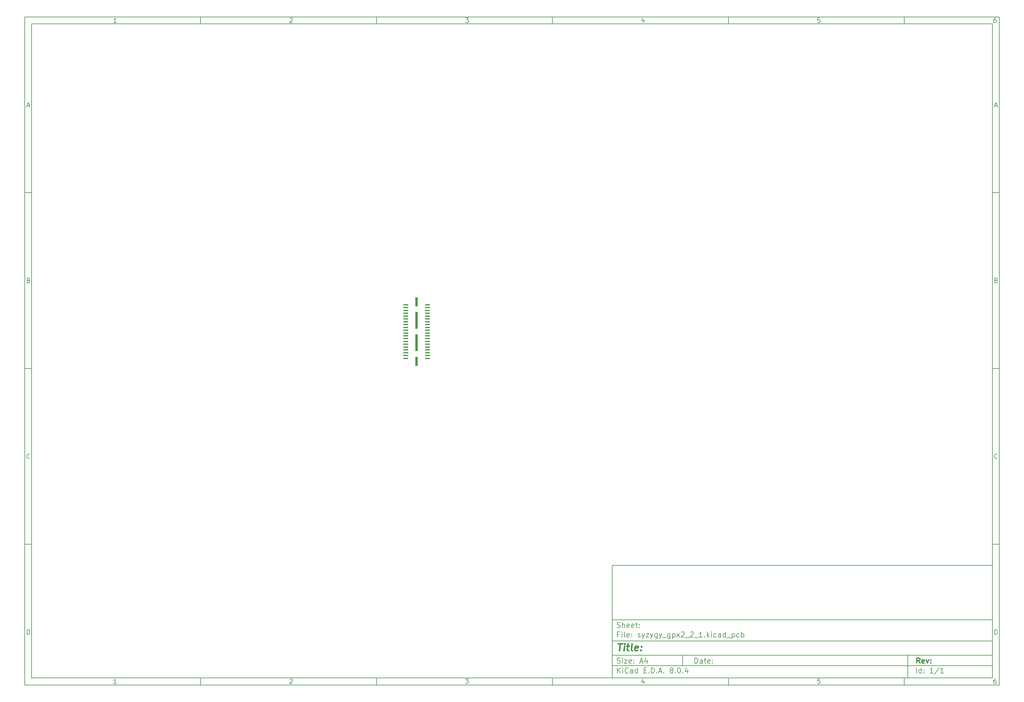
<source format=gbr>
%TF.GenerationSoftware,KiCad,Pcbnew,8.0.4*%
%TF.CreationDate,2025-07-14T14:52:45+02:00*%
%TF.ProjectId,syzygy_gpx2_2_1,73797a79-6779-45f6-9770-78325f325f31,rev?*%
%TF.SameCoordinates,Original*%
%TF.FileFunction,Paste,Bot*%
%TF.FilePolarity,Positive*%
%FSLAX46Y46*%
G04 Gerber Fmt 4.6, Leading zero omitted, Abs format (unit mm)*
G04 Created by KiCad (PCBNEW 8.0.4) date 2025-07-14 14:52:45*
%MOMM*%
%LPD*%
G01*
G04 APERTURE LIST*
%ADD10C,0.100000*%
%ADD11C,0.150000*%
%ADD12C,0.300000*%
%ADD13C,0.400000*%
%ADD14R,0.640000X2.540000*%
%ADD15R,0.640000X4.700000*%
%ADD16R,1.450000X0.460000*%
G04 APERTURE END LIST*
D10*
D11*
X177002200Y-166007200D02*
X285002200Y-166007200D01*
X285002200Y-198007200D01*
X177002200Y-198007200D01*
X177002200Y-166007200D01*
D10*
D11*
X10000000Y-10000000D02*
X287002200Y-10000000D01*
X287002200Y-200007200D01*
X10000000Y-200007200D01*
X10000000Y-10000000D01*
D10*
D11*
X12000000Y-12000000D02*
X285002200Y-12000000D01*
X285002200Y-198007200D01*
X12000000Y-198007200D01*
X12000000Y-12000000D01*
D10*
D11*
X60000000Y-12000000D02*
X60000000Y-10000000D01*
D10*
D11*
X110000000Y-12000000D02*
X110000000Y-10000000D01*
D10*
D11*
X160000000Y-12000000D02*
X160000000Y-10000000D01*
D10*
D11*
X210000000Y-12000000D02*
X210000000Y-10000000D01*
D10*
D11*
X260000000Y-12000000D02*
X260000000Y-10000000D01*
D10*
D11*
X36089160Y-11593604D02*
X35346303Y-11593604D01*
X35717731Y-11593604D02*
X35717731Y-10293604D01*
X35717731Y-10293604D02*
X35593922Y-10479319D01*
X35593922Y-10479319D02*
X35470112Y-10603128D01*
X35470112Y-10603128D02*
X35346303Y-10665033D01*
D10*
D11*
X85346303Y-10417414D02*
X85408207Y-10355509D01*
X85408207Y-10355509D02*
X85532017Y-10293604D01*
X85532017Y-10293604D02*
X85841541Y-10293604D01*
X85841541Y-10293604D02*
X85965350Y-10355509D01*
X85965350Y-10355509D02*
X86027255Y-10417414D01*
X86027255Y-10417414D02*
X86089160Y-10541223D01*
X86089160Y-10541223D02*
X86089160Y-10665033D01*
X86089160Y-10665033D02*
X86027255Y-10850747D01*
X86027255Y-10850747D02*
X85284398Y-11593604D01*
X85284398Y-11593604D02*
X86089160Y-11593604D01*
D10*
D11*
X135284398Y-10293604D02*
X136089160Y-10293604D01*
X136089160Y-10293604D02*
X135655826Y-10788842D01*
X135655826Y-10788842D02*
X135841541Y-10788842D01*
X135841541Y-10788842D02*
X135965350Y-10850747D01*
X135965350Y-10850747D02*
X136027255Y-10912652D01*
X136027255Y-10912652D02*
X136089160Y-11036461D01*
X136089160Y-11036461D02*
X136089160Y-11345985D01*
X136089160Y-11345985D02*
X136027255Y-11469795D01*
X136027255Y-11469795D02*
X135965350Y-11531700D01*
X135965350Y-11531700D02*
X135841541Y-11593604D01*
X135841541Y-11593604D02*
X135470112Y-11593604D01*
X135470112Y-11593604D02*
X135346303Y-11531700D01*
X135346303Y-11531700D02*
X135284398Y-11469795D01*
D10*
D11*
X185965350Y-10726938D02*
X185965350Y-11593604D01*
X185655826Y-10231700D02*
X185346303Y-11160271D01*
X185346303Y-11160271D02*
X186151064Y-11160271D01*
D10*
D11*
X236027255Y-10293604D02*
X235408207Y-10293604D01*
X235408207Y-10293604D02*
X235346303Y-10912652D01*
X235346303Y-10912652D02*
X235408207Y-10850747D01*
X235408207Y-10850747D02*
X235532017Y-10788842D01*
X235532017Y-10788842D02*
X235841541Y-10788842D01*
X235841541Y-10788842D02*
X235965350Y-10850747D01*
X235965350Y-10850747D02*
X236027255Y-10912652D01*
X236027255Y-10912652D02*
X236089160Y-11036461D01*
X236089160Y-11036461D02*
X236089160Y-11345985D01*
X236089160Y-11345985D02*
X236027255Y-11469795D01*
X236027255Y-11469795D02*
X235965350Y-11531700D01*
X235965350Y-11531700D02*
X235841541Y-11593604D01*
X235841541Y-11593604D02*
X235532017Y-11593604D01*
X235532017Y-11593604D02*
X235408207Y-11531700D01*
X235408207Y-11531700D02*
X235346303Y-11469795D01*
D10*
D11*
X285965350Y-10293604D02*
X285717731Y-10293604D01*
X285717731Y-10293604D02*
X285593922Y-10355509D01*
X285593922Y-10355509D02*
X285532017Y-10417414D01*
X285532017Y-10417414D02*
X285408207Y-10603128D01*
X285408207Y-10603128D02*
X285346303Y-10850747D01*
X285346303Y-10850747D02*
X285346303Y-11345985D01*
X285346303Y-11345985D02*
X285408207Y-11469795D01*
X285408207Y-11469795D02*
X285470112Y-11531700D01*
X285470112Y-11531700D02*
X285593922Y-11593604D01*
X285593922Y-11593604D02*
X285841541Y-11593604D01*
X285841541Y-11593604D02*
X285965350Y-11531700D01*
X285965350Y-11531700D02*
X286027255Y-11469795D01*
X286027255Y-11469795D02*
X286089160Y-11345985D01*
X286089160Y-11345985D02*
X286089160Y-11036461D01*
X286089160Y-11036461D02*
X286027255Y-10912652D01*
X286027255Y-10912652D02*
X285965350Y-10850747D01*
X285965350Y-10850747D02*
X285841541Y-10788842D01*
X285841541Y-10788842D02*
X285593922Y-10788842D01*
X285593922Y-10788842D02*
X285470112Y-10850747D01*
X285470112Y-10850747D02*
X285408207Y-10912652D01*
X285408207Y-10912652D02*
X285346303Y-11036461D01*
D10*
D11*
X60000000Y-198007200D02*
X60000000Y-200007200D01*
D10*
D11*
X110000000Y-198007200D02*
X110000000Y-200007200D01*
D10*
D11*
X160000000Y-198007200D02*
X160000000Y-200007200D01*
D10*
D11*
X210000000Y-198007200D02*
X210000000Y-200007200D01*
D10*
D11*
X260000000Y-198007200D02*
X260000000Y-200007200D01*
D10*
D11*
X36089160Y-199600804D02*
X35346303Y-199600804D01*
X35717731Y-199600804D02*
X35717731Y-198300804D01*
X35717731Y-198300804D02*
X35593922Y-198486519D01*
X35593922Y-198486519D02*
X35470112Y-198610328D01*
X35470112Y-198610328D02*
X35346303Y-198672233D01*
D10*
D11*
X85346303Y-198424614D02*
X85408207Y-198362709D01*
X85408207Y-198362709D02*
X85532017Y-198300804D01*
X85532017Y-198300804D02*
X85841541Y-198300804D01*
X85841541Y-198300804D02*
X85965350Y-198362709D01*
X85965350Y-198362709D02*
X86027255Y-198424614D01*
X86027255Y-198424614D02*
X86089160Y-198548423D01*
X86089160Y-198548423D02*
X86089160Y-198672233D01*
X86089160Y-198672233D02*
X86027255Y-198857947D01*
X86027255Y-198857947D02*
X85284398Y-199600804D01*
X85284398Y-199600804D02*
X86089160Y-199600804D01*
D10*
D11*
X135284398Y-198300804D02*
X136089160Y-198300804D01*
X136089160Y-198300804D02*
X135655826Y-198796042D01*
X135655826Y-198796042D02*
X135841541Y-198796042D01*
X135841541Y-198796042D02*
X135965350Y-198857947D01*
X135965350Y-198857947D02*
X136027255Y-198919852D01*
X136027255Y-198919852D02*
X136089160Y-199043661D01*
X136089160Y-199043661D02*
X136089160Y-199353185D01*
X136089160Y-199353185D02*
X136027255Y-199476995D01*
X136027255Y-199476995D02*
X135965350Y-199538900D01*
X135965350Y-199538900D02*
X135841541Y-199600804D01*
X135841541Y-199600804D02*
X135470112Y-199600804D01*
X135470112Y-199600804D02*
X135346303Y-199538900D01*
X135346303Y-199538900D02*
X135284398Y-199476995D01*
D10*
D11*
X185965350Y-198734138D02*
X185965350Y-199600804D01*
X185655826Y-198238900D02*
X185346303Y-199167471D01*
X185346303Y-199167471D02*
X186151064Y-199167471D01*
D10*
D11*
X236027255Y-198300804D02*
X235408207Y-198300804D01*
X235408207Y-198300804D02*
X235346303Y-198919852D01*
X235346303Y-198919852D02*
X235408207Y-198857947D01*
X235408207Y-198857947D02*
X235532017Y-198796042D01*
X235532017Y-198796042D02*
X235841541Y-198796042D01*
X235841541Y-198796042D02*
X235965350Y-198857947D01*
X235965350Y-198857947D02*
X236027255Y-198919852D01*
X236027255Y-198919852D02*
X236089160Y-199043661D01*
X236089160Y-199043661D02*
X236089160Y-199353185D01*
X236089160Y-199353185D02*
X236027255Y-199476995D01*
X236027255Y-199476995D02*
X235965350Y-199538900D01*
X235965350Y-199538900D02*
X235841541Y-199600804D01*
X235841541Y-199600804D02*
X235532017Y-199600804D01*
X235532017Y-199600804D02*
X235408207Y-199538900D01*
X235408207Y-199538900D02*
X235346303Y-199476995D01*
D10*
D11*
X285965350Y-198300804D02*
X285717731Y-198300804D01*
X285717731Y-198300804D02*
X285593922Y-198362709D01*
X285593922Y-198362709D02*
X285532017Y-198424614D01*
X285532017Y-198424614D02*
X285408207Y-198610328D01*
X285408207Y-198610328D02*
X285346303Y-198857947D01*
X285346303Y-198857947D02*
X285346303Y-199353185D01*
X285346303Y-199353185D02*
X285408207Y-199476995D01*
X285408207Y-199476995D02*
X285470112Y-199538900D01*
X285470112Y-199538900D02*
X285593922Y-199600804D01*
X285593922Y-199600804D02*
X285841541Y-199600804D01*
X285841541Y-199600804D02*
X285965350Y-199538900D01*
X285965350Y-199538900D02*
X286027255Y-199476995D01*
X286027255Y-199476995D02*
X286089160Y-199353185D01*
X286089160Y-199353185D02*
X286089160Y-199043661D01*
X286089160Y-199043661D02*
X286027255Y-198919852D01*
X286027255Y-198919852D02*
X285965350Y-198857947D01*
X285965350Y-198857947D02*
X285841541Y-198796042D01*
X285841541Y-198796042D02*
X285593922Y-198796042D01*
X285593922Y-198796042D02*
X285470112Y-198857947D01*
X285470112Y-198857947D02*
X285408207Y-198919852D01*
X285408207Y-198919852D02*
X285346303Y-199043661D01*
D10*
D11*
X10000000Y-60000000D02*
X12000000Y-60000000D01*
D10*
D11*
X10000000Y-110000000D02*
X12000000Y-110000000D01*
D10*
D11*
X10000000Y-160000000D02*
X12000000Y-160000000D01*
D10*
D11*
X10690476Y-35222176D02*
X11309523Y-35222176D01*
X10566666Y-35593604D02*
X10999999Y-34293604D01*
X10999999Y-34293604D02*
X11433333Y-35593604D01*
D10*
D11*
X11092857Y-84912652D02*
X11278571Y-84974557D01*
X11278571Y-84974557D02*
X11340476Y-85036461D01*
X11340476Y-85036461D02*
X11402380Y-85160271D01*
X11402380Y-85160271D02*
X11402380Y-85345985D01*
X11402380Y-85345985D02*
X11340476Y-85469795D01*
X11340476Y-85469795D02*
X11278571Y-85531700D01*
X11278571Y-85531700D02*
X11154761Y-85593604D01*
X11154761Y-85593604D02*
X10659523Y-85593604D01*
X10659523Y-85593604D02*
X10659523Y-84293604D01*
X10659523Y-84293604D02*
X11092857Y-84293604D01*
X11092857Y-84293604D02*
X11216666Y-84355509D01*
X11216666Y-84355509D02*
X11278571Y-84417414D01*
X11278571Y-84417414D02*
X11340476Y-84541223D01*
X11340476Y-84541223D02*
X11340476Y-84665033D01*
X11340476Y-84665033D02*
X11278571Y-84788842D01*
X11278571Y-84788842D02*
X11216666Y-84850747D01*
X11216666Y-84850747D02*
X11092857Y-84912652D01*
X11092857Y-84912652D02*
X10659523Y-84912652D01*
D10*
D11*
X11402380Y-135469795D02*
X11340476Y-135531700D01*
X11340476Y-135531700D02*
X11154761Y-135593604D01*
X11154761Y-135593604D02*
X11030952Y-135593604D01*
X11030952Y-135593604D02*
X10845238Y-135531700D01*
X10845238Y-135531700D02*
X10721428Y-135407890D01*
X10721428Y-135407890D02*
X10659523Y-135284080D01*
X10659523Y-135284080D02*
X10597619Y-135036461D01*
X10597619Y-135036461D02*
X10597619Y-134850747D01*
X10597619Y-134850747D02*
X10659523Y-134603128D01*
X10659523Y-134603128D02*
X10721428Y-134479319D01*
X10721428Y-134479319D02*
X10845238Y-134355509D01*
X10845238Y-134355509D02*
X11030952Y-134293604D01*
X11030952Y-134293604D02*
X11154761Y-134293604D01*
X11154761Y-134293604D02*
X11340476Y-134355509D01*
X11340476Y-134355509D02*
X11402380Y-134417414D01*
D10*
D11*
X10659523Y-185593604D02*
X10659523Y-184293604D01*
X10659523Y-184293604D02*
X10969047Y-184293604D01*
X10969047Y-184293604D02*
X11154761Y-184355509D01*
X11154761Y-184355509D02*
X11278571Y-184479319D01*
X11278571Y-184479319D02*
X11340476Y-184603128D01*
X11340476Y-184603128D02*
X11402380Y-184850747D01*
X11402380Y-184850747D02*
X11402380Y-185036461D01*
X11402380Y-185036461D02*
X11340476Y-185284080D01*
X11340476Y-185284080D02*
X11278571Y-185407890D01*
X11278571Y-185407890D02*
X11154761Y-185531700D01*
X11154761Y-185531700D02*
X10969047Y-185593604D01*
X10969047Y-185593604D02*
X10659523Y-185593604D01*
D10*
D11*
X287002200Y-60000000D02*
X285002200Y-60000000D01*
D10*
D11*
X287002200Y-110000000D02*
X285002200Y-110000000D01*
D10*
D11*
X287002200Y-160000000D02*
X285002200Y-160000000D01*
D10*
D11*
X285692676Y-35222176D02*
X286311723Y-35222176D01*
X285568866Y-35593604D02*
X286002199Y-34293604D01*
X286002199Y-34293604D02*
X286435533Y-35593604D01*
D10*
D11*
X286095057Y-84912652D02*
X286280771Y-84974557D01*
X286280771Y-84974557D02*
X286342676Y-85036461D01*
X286342676Y-85036461D02*
X286404580Y-85160271D01*
X286404580Y-85160271D02*
X286404580Y-85345985D01*
X286404580Y-85345985D02*
X286342676Y-85469795D01*
X286342676Y-85469795D02*
X286280771Y-85531700D01*
X286280771Y-85531700D02*
X286156961Y-85593604D01*
X286156961Y-85593604D02*
X285661723Y-85593604D01*
X285661723Y-85593604D02*
X285661723Y-84293604D01*
X285661723Y-84293604D02*
X286095057Y-84293604D01*
X286095057Y-84293604D02*
X286218866Y-84355509D01*
X286218866Y-84355509D02*
X286280771Y-84417414D01*
X286280771Y-84417414D02*
X286342676Y-84541223D01*
X286342676Y-84541223D02*
X286342676Y-84665033D01*
X286342676Y-84665033D02*
X286280771Y-84788842D01*
X286280771Y-84788842D02*
X286218866Y-84850747D01*
X286218866Y-84850747D02*
X286095057Y-84912652D01*
X286095057Y-84912652D02*
X285661723Y-84912652D01*
D10*
D11*
X286404580Y-135469795D02*
X286342676Y-135531700D01*
X286342676Y-135531700D02*
X286156961Y-135593604D01*
X286156961Y-135593604D02*
X286033152Y-135593604D01*
X286033152Y-135593604D02*
X285847438Y-135531700D01*
X285847438Y-135531700D02*
X285723628Y-135407890D01*
X285723628Y-135407890D02*
X285661723Y-135284080D01*
X285661723Y-135284080D02*
X285599819Y-135036461D01*
X285599819Y-135036461D02*
X285599819Y-134850747D01*
X285599819Y-134850747D02*
X285661723Y-134603128D01*
X285661723Y-134603128D02*
X285723628Y-134479319D01*
X285723628Y-134479319D02*
X285847438Y-134355509D01*
X285847438Y-134355509D02*
X286033152Y-134293604D01*
X286033152Y-134293604D02*
X286156961Y-134293604D01*
X286156961Y-134293604D02*
X286342676Y-134355509D01*
X286342676Y-134355509D02*
X286404580Y-134417414D01*
D10*
D11*
X285661723Y-185593604D02*
X285661723Y-184293604D01*
X285661723Y-184293604D02*
X285971247Y-184293604D01*
X285971247Y-184293604D02*
X286156961Y-184355509D01*
X286156961Y-184355509D02*
X286280771Y-184479319D01*
X286280771Y-184479319D02*
X286342676Y-184603128D01*
X286342676Y-184603128D02*
X286404580Y-184850747D01*
X286404580Y-184850747D02*
X286404580Y-185036461D01*
X286404580Y-185036461D02*
X286342676Y-185284080D01*
X286342676Y-185284080D02*
X286280771Y-185407890D01*
X286280771Y-185407890D02*
X286156961Y-185531700D01*
X286156961Y-185531700D02*
X285971247Y-185593604D01*
X285971247Y-185593604D02*
X285661723Y-185593604D01*
D10*
D11*
X200458026Y-193793328D02*
X200458026Y-192293328D01*
X200458026Y-192293328D02*
X200815169Y-192293328D01*
X200815169Y-192293328D02*
X201029455Y-192364757D01*
X201029455Y-192364757D02*
X201172312Y-192507614D01*
X201172312Y-192507614D02*
X201243741Y-192650471D01*
X201243741Y-192650471D02*
X201315169Y-192936185D01*
X201315169Y-192936185D02*
X201315169Y-193150471D01*
X201315169Y-193150471D02*
X201243741Y-193436185D01*
X201243741Y-193436185D02*
X201172312Y-193579042D01*
X201172312Y-193579042D02*
X201029455Y-193721900D01*
X201029455Y-193721900D02*
X200815169Y-193793328D01*
X200815169Y-193793328D02*
X200458026Y-193793328D01*
X202600884Y-193793328D02*
X202600884Y-193007614D01*
X202600884Y-193007614D02*
X202529455Y-192864757D01*
X202529455Y-192864757D02*
X202386598Y-192793328D01*
X202386598Y-192793328D02*
X202100884Y-192793328D01*
X202100884Y-192793328D02*
X201958026Y-192864757D01*
X202600884Y-193721900D02*
X202458026Y-193793328D01*
X202458026Y-193793328D02*
X202100884Y-193793328D01*
X202100884Y-193793328D02*
X201958026Y-193721900D01*
X201958026Y-193721900D02*
X201886598Y-193579042D01*
X201886598Y-193579042D02*
X201886598Y-193436185D01*
X201886598Y-193436185D02*
X201958026Y-193293328D01*
X201958026Y-193293328D02*
X202100884Y-193221900D01*
X202100884Y-193221900D02*
X202458026Y-193221900D01*
X202458026Y-193221900D02*
X202600884Y-193150471D01*
X203100884Y-192793328D02*
X203672312Y-192793328D01*
X203315169Y-192293328D02*
X203315169Y-193579042D01*
X203315169Y-193579042D02*
X203386598Y-193721900D01*
X203386598Y-193721900D02*
X203529455Y-193793328D01*
X203529455Y-193793328D02*
X203672312Y-193793328D01*
X204743741Y-193721900D02*
X204600884Y-193793328D01*
X204600884Y-193793328D02*
X204315170Y-193793328D01*
X204315170Y-193793328D02*
X204172312Y-193721900D01*
X204172312Y-193721900D02*
X204100884Y-193579042D01*
X204100884Y-193579042D02*
X204100884Y-193007614D01*
X204100884Y-193007614D02*
X204172312Y-192864757D01*
X204172312Y-192864757D02*
X204315170Y-192793328D01*
X204315170Y-192793328D02*
X204600884Y-192793328D01*
X204600884Y-192793328D02*
X204743741Y-192864757D01*
X204743741Y-192864757D02*
X204815170Y-193007614D01*
X204815170Y-193007614D02*
X204815170Y-193150471D01*
X204815170Y-193150471D02*
X204100884Y-193293328D01*
X205458026Y-193650471D02*
X205529455Y-193721900D01*
X205529455Y-193721900D02*
X205458026Y-193793328D01*
X205458026Y-193793328D02*
X205386598Y-193721900D01*
X205386598Y-193721900D02*
X205458026Y-193650471D01*
X205458026Y-193650471D02*
X205458026Y-193793328D01*
X205458026Y-192864757D02*
X205529455Y-192936185D01*
X205529455Y-192936185D02*
X205458026Y-193007614D01*
X205458026Y-193007614D02*
X205386598Y-192936185D01*
X205386598Y-192936185D02*
X205458026Y-192864757D01*
X205458026Y-192864757D02*
X205458026Y-193007614D01*
D10*
D11*
X177002200Y-194507200D02*
X285002200Y-194507200D01*
D10*
D11*
X178458026Y-196593328D02*
X178458026Y-195093328D01*
X179315169Y-196593328D02*
X178672312Y-195736185D01*
X179315169Y-195093328D02*
X178458026Y-195950471D01*
X179958026Y-196593328D02*
X179958026Y-195593328D01*
X179958026Y-195093328D02*
X179886598Y-195164757D01*
X179886598Y-195164757D02*
X179958026Y-195236185D01*
X179958026Y-195236185D02*
X180029455Y-195164757D01*
X180029455Y-195164757D02*
X179958026Y-195093328D01*
X179958026Y-195093328D02*
X179958026Y-195236185D01*
X181529455Y-196450471D02*
X181458027Y-196521900D01*
X181458027Y-196521900D02*
X181243741Y-196593328D01*
X181243741Y-196593328D02*
X181100884Y-196593328D01*
X181100884Y-196593328D02*
X180886598Y-196521900D01*
X180886598Y-196521900D02*
X180743741Y-196379042D01*
X180743741Y-196379042D02*
X180672312Y-196236185D01*
X180672312Y-196236185D02*
X180600884Y-195950471D01*
X180600884Y-195950471D02*
X180600884Y-195736185D01*
X180600884Y-195736185D02*
X180672312Y-195450471D01*
X180672312Y-195450471D02*
X180743741Y-195307614D01*
X180743741Y-195307614D02*
X180886598Y-195164757D01*
X180886598Y-195164757D02*
X181100884Y-195093328D01*
X181100884Y-195093328D02*
X181243741Y-195093328D01*
X181243741Y-195093328D02*
X181458027Y-195164757D01*
X181458027Y-195164757D02*
X181529455Y-195236185D01*
X182815170Y-196593328D02*
X182815170Y-195807614D01*
X182815170Y-195807614D02*
X182743741Y-195664757D01*
X182743741Y-195664757D02*
X182600884Y-195593328D01*
X182600884Y-195593328D02*
X182315170Y-195593328D01*
X182315170Y-195593328D02*
X182172312Y-195664757D01*
X182815170Y-196521900D02*
X182672312Y-196593328D01*
X182672312Y-196593328D02*
X182315170Y-196593328D01*
X182315170Y-196593328D02*
X182172312Y-196521900D01*
X182172312Y-196521900D02*
X182100884Y-196379042D01*
X182100884Y-196379042D02*
X182100884Y-196236185D01*
X182100884Y-196236185D02*
X182172312Y-196093328D01*
X182172312Y-196093328D02*
X182315170Y-196021900D01*
X182315170Y-196021900D02*
X182672312Y-196021900D01*
X182672312Y-196021900D02*
X182815170Y-195950471D01*
X184172313Y-196593328D02*
X184172313Y-195093328D01*
X184172313Y-196521900D02*
X184029455Y-196593328D01*
X184029455Y-196593328D02*
X183743741Y-196593328D01*
X183743741Y-196593328D02*
X183600884Y-196521900D01*
X183600884Y-196521900D02*
X183529455Y-196450471D01*
X183529455Y-196450471D02*
X183458027Y-196307614D01*
X183458027Y-196307614D02*
X183458027Y-195879042D01*
X183458027Y-195879042D02*
X183529455Y-195736185D01*
X183529455Y-195736185D02*
X183600884Y-195664757D01*
X183600884Y-195664757D02*
X183743741Y-195593328D01*
X183743741Y-195593328D02*
X184029455Y-195593328D01*
X184029455Y-195593328D02*
X184172313Y-195664757D01*
X186029455Y-195807614D02*
X186529455Y-195807614D01*
X186743741Y-196593328D02*
X186029455Y-196593328D01*
X186029455Y-196593328D02*
X186029455Y-195093328D01*
X186029455Y-195093328D02*
X186743741Y-195093328D01*
X187386598Y-196450471D02*
X187458027Y-196521900D01*
X187458027Y-196521900D02*
X187386598Y-196593328D01*
X187386598Y-196593328D02*
X187315170Y-196521900D01*
X187315170Y-196521900D02*
X187386598Y-196450471D01*
X187386598Y-196450471D02*
X187386598Y-196593328D01*
X188100884Y-196593328D02*
X188100884Y-195093328D01*
X188100884Y-195093328D02*
X188458027Y-195093328D01*
X188458027Y-195093328D02*
X188672313Y-195164757D01*
X188672313Y-195164757D02*
X188815170Y-195307614D01*
X188815170Y-195307614D02*
X188886599Y-195450471D01*
X188886599Y-195450471D02*
X188958027Y-195736185D01*
X188958027Y-195736185D02*
X188958027Y-195950471D01*
X188958027Y-195950471D02*
X188886599Y-196236185D01*
X188886599Y-196236185D02*
X188815170Y-196379042D01*
X188815170Y-196379042D02*
X188672313Y-196521900D01*
X188672313Y-196521900D02*
X188458027Y-196593328D01*
X188458027Y-196593328D02*
X188100884Y-196593328D01*
X189600884Y-196450471D02*
X189672313Y-196521900D01*
X189672313Y-196521900D02*
X189600884Y-196593328D01*
X189600884Y-196593328D02*
X189529456Y-196521900D01*
X189529456Y-196521900D02*
X189600884Y-196450471D01*
X189600884Y-196450471D02*
X189600884Y-196593328D01*
X190243742Y-196164757D02*
X190958028Y-196164757D01*
X190100885Y-196593328D02*
X190600885Y-195093328D01*
X190600885Y-195093328D02*
X191100885Y-196593328D01*
X191600884Y-196450471D02*
X191672313Y-196521900D01*
X191672313Y-196521900D02*
X191600884Y-196593328D01*
X191600884Y-196593328D02*
X191529456Y-196521900D01*
X191529456Y-196521900D02*
X191600884Y-196450471D01*
X191600884Y-196450471D02*
X191600884Y-196593328D01*
X193672313Y-195736185D02*
X193529456Y-195664757D01*
X193529456Y-195664757D02*
X193458027Y-195593328D01*
X193458027Y-195593328D02*
X193386599Y-195450471D01*
X193386599Y-195450471D02*
X193386599Y-195379042D01*
X193386599Y-195379042D02*
X193458027Y-195236185D01*
X193458027Y-195236185D02*
X193529456Y-195164757D01*
X193529456Y-195164757D02*
X193672313Y-195093328D01*
X193672313Y-195093328D02*
X193958027Y-195093328D01*
X193958027Y-195093328D02*
X194100885Y-195164757D01*
X194100885Y-195164757D02*
X194172313Y-195236185D01*
X194172313Y-195236185D02*
X194243742Y-195379042D01*
X194243742Y-195379042D02*
X194243742Y-195450471D01*
X194243742Y-195450471D02*
X194172313Y-195593328D01*
X194172313Y-195593328D02*
X194100885Y-195664757D01*
X194100885Y-195664757D02*
X193958027Y-195736185D01*
X193958027Y-195736185D02*
X193672313Y-195736185D01*
X193672313Y-195736185D02*
X193529456Y-195807614D01*
X193529456Y-195807614D02*
X193458027Y-195879042D01*
X193458027Y-195879042D02*
X193386599Y-196021900D01*
X193386599Y-196021900D02*
X193386599Y-196307614D01*
X193386599Y-196307614D02*
X193458027Y-196450471D01*
X193458027Y-196450471D02*
X193529456Y-196521900D01*
X193529456Y-196521900D02*
X193672313Y-196593328D01*
X193672313Y-196593328D02*
X193958027Y-196593328D01*
X193958027Y-196593328D02*
X194100885Y-196521900D01*
X194100885Y-196521900D02*
X194172313Y-196450471D01*
X194172313Y-196450471D02*
X194243742Y-196307614D01*
X194243742Y-196307614D02*
X194243742Y-196021900D01*
X194243742Y-196021900D02*
X194172313Y-195879042D01*
X194172313Y-195879042D02*
X194100885Y-195807614D01*
X194100885Y-195807614D02*
X193958027Y-195736185D01*
X194886598Y-196450471D02*
X194958027Y-196521900D01*
X194958027Y-196521900D02*
X194886598Y-196593328D01*
X194886598Y-196593328D02*
X194815170Y-196521900D01*
X194815170Y-196521900D02*
X194886598Y-196450471D01*
X194886598Y-196450471D02*
X194886598Y-196593328D01*
X195886599Y-195093328D02*
X196029456Y-195093328D01*
X196029456Y-195093328D02*
X196172313Y-195164757D01*
X196172313Y-195164757D02*
X196243742Y-195236185D01*
X196243742Y-195236185D02*
X196315170Y-195379042D01*
X196315170Y-195379042D02*
X196386599Y-195664757D01*
X196386599Y-195664757D02*
X196386599Y-196021900D01*
X196386599Y-196021900D02*
X196315170Y-196307614D01*
X196315170Y-196307614D02*
X196243742Y-196450471D01*
X196243742Y-196450471D02*
X196172313Y-196521900D01*
X196172313Y-196521900D02*
X196029456Y-196593328D01*
X196029456Y-196593328D02*
X195886599Y-196593328D01*
X195886599Y-196593328D02*
X195743742Y-196521900D01*
X195743742Y-196521900D02*
X195672313Y-196450471D01*
X195672313Y-196450471D02*
X195600884Y-196307614D01*
X195600884Y-196307614D02*
X195529456Y-196021900D01*
X195529456Y-196021900D02*
X195529456Y-195664757D01*
X195529456Y-195664757D02*
X195600884Y-195379042D01*
X195600884Y-195379042D02*
X195672313Y-195236185D01*
X195672313Y-195236185D02*
X195743742Y-195164757D01*
X195743742Y-195164757D02*
X195886599Y-195093328D01*
X197029455Y-196450471D02*
X197100884Y-196521900D01*
X197100884Y-196521900D02*
X197029455Y-196593328D01*
X197029455Y-196593328D02*
X196958027Y-196521900D01*
X196958027Y-196521900D02*
X197029455Y-196450471D01*
X197029455Y-196450471D02*
X197029455Y-196593328D01*
X198386599Y-195593328D02*
X198386599Y-196593328D01*
X198029456Y-195021900D02*
X197672313Y-196093328D01*
X197672313Y-196093328D02*
X198600884Y-196093328D01*
D10*
D11*
X177002200Y-191507200D02*
X285002200Y-191507200D01*
D10*
D12*
X264413853Y-193785528D02*
X263913853Y-193071242D01*
X263556710Y-193785528D02*
X263556710Y-192285528D01*
X263556710Y-192285528D02*
X264128139Y-192285528D01*
X264128139Y-192285528D02*
X264270996Y-192356957D01*
X264270996Y-192356957D02*
X264342425Y-192428385D01*
X264342425Y-192428385D02*
X264413853Y-192571242D01*
X264413853Y-192571242D02*
X264413853Y-192785528D01*
X264413853Y-192785528D02*
X264342425Y-192928385D01*
X264342425Y-192928385D02*
X264270996Y-192999814D01*
X264270996Y-192999814D02*
X264128139Y-193071242D01*
X264128139Y-193071242D02*
X263556710Y-193071242D01*
X265628139Y-193714100D02*
X265485282Y-193785528D01*
X265485282Y-193785528D02*
X265199568Y-193785528D01*
X265199568Y-193785528D02*
X265056710Y-193714100D01*
X265056710Y-193714100D02*
X264985282Y-193571242D01*
X264985282Y-193571242D02*
X264985282Y-192999814D01*
X264985282Y-192999814D02*
X265056710Y-192856957D01*
X265056710Y-192856957D02*
X265199568Y-192785528D01*
X265199568Y-192785528D02*
X265485282Y-192785528D01*
X265485282Y-192785528D02*
X265628139Y-192856957D01*
X265628139Y-192856957D02*
X265699568Y-192999814D01*
X265699568Y-192999814D02*
X265699568Y-193142671D01*
X265699568Y-193142671D02*
X264985282Y-193285528D01*
X266199567Y-192785528D02*
X266556710Y-193785528D01*
X266556710Y-193785528D02*
X266913853Y-192785528D01*
X267485281Y-193642671D02*
X267556710Y-193714100D01*
X267556710Y-193714100D02*
X267485281Y-193785528D01*
X267485281Y-193785528D02*
X267413853Y-193714100D01*
X267413853Y-193714100D02*
X267485281Y-193642671D01*
X267485281Y-193642671D02*
X267485281Y-193785528D01*
X267485281Y-192856957D02*
X267556710Y-192928385D01*
X267556710Y-192928385D02*
X267485281Y-192999814D01*
X267485281Y-192999814D02*
X267413853Y-192928385D01*
X267413853Y-192928385D02*
X267485281Y-192856957D01*
X267485281Y-192856957D02*
X267485281Y-192999814D01*
D10*
D11*
X178386598Y-193721900D02*
X178600884Y-193793328D01*
X178600884Y-193793328D02*
X178958026Y-193793328D01*
X178958026Y-193793328D02*
X179100884Y-193721900D01*
X179100884Y-193721900D02*
X179172312Y-193650471D01*
X179172312Y-193650471D02*
X179243741Y-193507614D01*
X179243741Y-193507614D02*
X179243741Y-193364757D01*
X179243741Y-193364757D02*
X179172312Y-193221900D01*
X179172312Y-193221900D02*
X179100884Y-193150471D01*
X179100884Y-193150471D02*
X178958026Y-193079042D01*
X178958026Y-193079042D02*
X178672312Y-193007614D01*
X178672312Y-193007614D02*
X178529455Y-192936185D01*
X178529455Y-192936185D02*
X178458026Y-192864757D01*
X178458026Y-192864757D02*
X178386598Y-192721900D01*
X178386598Y-192721900D02*
X178386598Y-192579042D01*
X178386598Y-192579042D02*
X178458026Y-192436185D01*
X178458026Y-192436185D02*
X178529455Y-192364757D01*
X178529455Y-192364757D02*
X178672312Y-192293328D01*
X178672312Y-192293328D02*
X179029455Y-192293328D01*
X179029455Y-192293328D02*
X179243741Y-192364757D01*
X179886597Y-193793328D02*
X179886597Y-192793328D01*
X179886597Y-192293328D02*
X179815169Y-192364757D01*
X179815169Y-192364757D02*
X179886597Y-192436185D01*
X179886597Y-192436185D02*
X179958026Y-192364757D01*
X179958026Y-192364757D02*
X179886597Y-192293328D01*
X179886597Y-192293328D02*
X179886597Y-192436185D01*
X180458026Y-192793328D02*
X181243741Y-192793328D01*
X181243741Y-192793328D02*
X180458026Y-193793328D01*
X180458026Y-193793328D02*
X181243741Y-193793328D01*
X182386598Y-193721900D02*
X182243741Y-193793328D01*
X182243741Y-193793328D02*
X181958027Y-193793328D01*
X181958027Y-193793328D02*
X181815169Y-193721900D01*
X181815169Y-193721900D02*
X181743741Y-193579042D01*
X181743741Y-193579042D02*
X181743741Y-193007614D01*
X181743741Y-193007614D02*
X181815169Y-192864757D01*
X181815169Y-192864757D02*
X181958027Y-192793328D01*
X181958027Y-192793328D02*
X182243741Y-192793328D01*
X182243741Y-192793328D02*
X182386598Y-192864757D01*
X182386598Y-192864757D02*
X182458027Y-193007614D01*
X182458027Y-193007614D02*
X182458027Y-193150471D01*
X182458027Y-193150471D02*
X181743741Y-193293328D01*
X183100883Y-193650471D02*
X183172312Y-193721900D01*
X183172312Y-193721900D02*
X183100883Y-193793328D01*
X183100883Y-193793328D02*
X183029455Y-193721900D01*
X183029455Y-193721900D02*
X183100883Y-193650471D01*
X183100883Y-193650471D02*
X183100883Y-193793328D01*
X183100883Y-192864757D02*
X183172312Y-192936185D01*
X183172312Y-192936185D02*
X183100883Y-193007614D01*
X183100883Y-193007614D02*
X183029455Y-192936185D01*
X183029455Y-192936185D02*
X183100883Y-192864757D01*
X183100883Y-192864757D02*
X183100883Y-193007614D01*
X184886598Y-193364757D02*
X185600884Y-193364757D01*
X184743741Y-193793328D02*
X185243741Y-192293328D01*
X185243741Y-192293328D02*
X185743741Y-193793328D01*
X186886598Y-192793328D02*
X186886598Y-193793328D01*
X186529455Y-192221900D02*
X186172312Y-193293328D01*
X186172312Y-193293328D02*
X187100883Y-193293328D01*
D10*
D11*
X263458026Y-196593328D02*
X263458026Y-195093328D01*
X264815170Y-196593328D02*
X264815170Y-195093328D01*
X264815170Y-196521900D02*
X264672312Y-196593328D01*
X264672312Y-196593328D02*
X264386598Y-196593328D01*
X264386598Y-196593328D02*
X264243741Y-196521900D01*
X264243741Y-196521900D02*
X264172312Y-196450471D01*
X264172312Y-196450471D02*
X264100884Y-196307614D01*
X264100884Y-196307614D02*
X264100884Y-195879042D01*
X264100884Y-195879042D02*
X264172312Y-195736185D01*
X264172312Y-195736185D02*
X264243741Y-195664757D01*
X264243741Y-195664757D02*
X264386598Y-195593328D01*
X264386598Y-195593328D02*
X264672312Y-195593328D01*
X264672312Y-195593328D02*
X264815170Y-195664757D01*
X265529455Y-196450471D02*
X265600884Y-196521900D01*
X265600884Y-196521900D02*
X265529455Y-196593328D01*
X265529455Y-196593328D02*
X265458027Y-196521900D01*
X265458027Y-196521900D02*
X265529455Y-196450471D01*
X265529455Y-196450471D02*
X265529455Y-196593328D01*
X265529455Y-195664757D02*
X265600884Y-195736185D01*
X265600884Y-195736185D02*
X265529455Y-195807614D01*
X265529455Y-195807614D02*
X265458027Y-195736185D01*
X265458027Y-195736185D02*
X265529455Y-195664757D01*
X265529455Y-195664757D02*
X265529455Y-195807614D01*
X268172313Y-196593328D02*
X267315170Y-196593328D01*
X267743741Y-196593328D02*
X267743741Y-195093328D01*
X267743741Y-195093328D02*
X267600884Y-195307614D01*
X267600884Y-195307614D02*
X267458027Y-195450471D01*
X267458027Y-195450471D02*
X267315170Y-195521900D01*
X269886598Y-195021900D02*
X268600884Y-196950471D01*
X271172313Y-196593328D02*
X270315170Y-196593328D01*
X270743741Y-196593328D02*
X270743741Y-195093328D01*
X270743741Y-195093328D02*
X270600884Y-195307614D01*
X270600884Y-195307614D02*
X270458027Y-195450471D01*
X270458027Y-195450471D02*
X270315170Y-195521900D01*
D10*
D11*
X177002200Y-187507200D02*
X285002200Y-187507200D01*
D10*
D13*
X178693928Y-188211638D02*
X179836785Y-188211638D01*
X179015357Y-190211638D02*
X179265357Y-188211638D01*
X180253452Y-190211638D02*
X180420119Y-188878304D01*
X180503452Y-188211638D02*
X180396309Y-188306876D01*
X180396309Y-188306876D02*
X180479643Y-188402114D01*
X180479643Y-188402114D02*
X180586786Y-188306876D01*
X180586786Y-188306876D02*
X180503452Y-188211638D01*
X180503452Y-188211638D02*
X180479643Y-188402114D01*
X181086786Y-188878304D02*
X181848690Y-188878304D01*
X181455833Y-188211638D02*
X181241548Y-189925923D01*
X181241548Y-189925923D02*
X181312976Y-190116400D01*
X181312976Y-190116400D02*
X181491548Y-190211638D01*
X181491548Y-190211638D02*
X181682024Y-190211638D01*
X182634405Y-190211638D02*
X182455833Y-190116400D01*
X182455833Y-190116400D02*
X182384405Y-189925923D01*
X182384405Y-189925923D02*
X182598690Y-188211638D01*
X184170119Y-190116400D02*
X183967738Y-190211638D01*
X183967738Y-190211638D02*
X183586785Y-190211638D01*
X183586785Y-190211638D02*
X183408214Y-190116400D01*
X183408214Y-190116400D02*
X183336785Y-189925923D01*
X183336785Y-189925923D02*
X183432024Y-189164019D01*
X183432024Y-189164019D02*
X183551071Y-188973542D01*
X183551071Y-188973542D02*
X183753452Y-188878304D01*
X183753452Y-188878304D02*
X184134404Y-188878304D01*
X184134404Y-188878304D02*
X184312976Y-188973542D01*
X184312976Y-188973542D02*
X184384404Y-189164019D01*
X184384404Y-189164019D02*
X184360595Y-189354495D01*
X184360595Y-189354495D02*
X183384404Y-189544971D01*
X185134405Y-190021161D02*
X185217738Y-190116400D01*
X185217738Y-190116400D02*
X185110595Y-190211638D01*
X185110595Y-190211638D02*
X185027262Y-190116400D01*
X185027262Y-190116400D02*
X185134405Y-190021161D01*
X185134405Y-190021161D02*
X185110595Y-190211638D01*
X185265357Y-188973542D02*
X185348690Y-189068780D01*
X185348690Y-189068780D02*
X185241548Y-189164019D01*
X185241548Y-189164019D02*
X185158214Y-189068780D01*
X185158214Y-189068780D02*
X185265357Y-188973542D01*
X185265357Y-188973542D02*
X185241548Y-189164019D01*
D10*
D11*
X178958026Y-185607614D02*
X178458026Y-185607614D01*
X178458026Y-186393328D02*
X178458026Y-184893328D01*
X178458026Y-184893328D02*
X179172312Y-184893328D01*
X179743740Y-186393328D02*
X179743740Y-185393328D01*
X179743740Y-184893328D02*
X179672312Y-184964757D01*
X179672312Y-184964757D02*
X179743740Y-185036185D01*
X179743740Y-185036185D02*
X179815169Y-184964757D01*
X179815169Y-184964757D02*
X179743740Y-184893328D01*
X179743740Y-184893328D02*
X179743740Y-185036185D01*
X180672312Y-186393328D02*
X180529455Y-186321900D01*
X180529455Y-186321900D02*
X180458026Y-186179042D01*
X180458026Y-186179042D02*
X180458026Y-184893328D01*
X181815169Y-186321900D02*
X181672312Y-186393328D01*
X181672312Y-186393328D02*
X181386598Y-186393328D01*
X181386598Y-186393328D02*
X181243740Y-186321900D01*
X181243740Y-186321900D02*
X181172312Y-186179042D01*
X181172312Y-186179042D02*
X181172312Y-185607614D01*
X181172312Y-185607614D02*
X181243740Y-185464757D01*
X181243740Y-185464757D02*
X181386598Y-185393328D01*
X181386598Y-185393328D02*
X181672312Y-185393328D01*
X181672312Y-185393328D02*
X181815169Y-185464757D01*
X181815169Y-185464757D02*
X181886598Y-185607614D01*
X181886598Y-185607614D02*
X181886598Y-185750471D01*
X181886598Y-185750471D02*
X181172312Y-185893328D01*
X182529454Y-186250471D02*
X182600883Y-186321900D01*
X182600883Y-186321900D02*
X182529454Y-186393328D01*
X182529454Y-186393328D02*
X182458026Y-186321900D01*
X182458026Y-186321900D02*
X182529454Y-186250471D01*
X182529454Y-186250471D02*
X182529454Y-186393328D01*
X182529454Y-185464757D02*
X182600883Y-185536185D01*
X182600883Y-185536185D02*
X182529454Y-185607614D01*
X182529454Y-185607614D02*
X182458026Y-185536185D01*
X182458026Y-185536185D02*
X182529454Y-185464757D01*
X182529454Y-185464757D02*
X182529454Y-185607614D01*
X184315169Y-186321900D02*
X184458026Y-186393328D01*
X184458026Y-186393328D02*
X184743740Y-186393328D01*
X184743740Y-186393328D02*
X184886597Y-186321900D01*
X184886597Y-186321900D02*
X184958026Y-186179042D01*
X184958026Y-186179042D02*
X184958026Y-186107614D01*
X184958026Y-186107614D02*
X184886597Y-185964757D01*
X184886597Y-185964757D02*
X184743740Y-185893328D01*
X184743740Y-185893328D02*
X184529455Y-185893328D01*
X184529455Y-185893328D02*
X184386597Y-185821900D01*
X184386597Y-185821900D02*
X184315169Y-185679042D01*
X184315169Y-185679042D02*
X184315169Y-185607614D01*
X184315169Y-185607614D02*
X184386597Y-185464757D01*
X184386597Y-185464757D02*
X184529455Y-185393328D01*
X184529455Y-185393328D02*
X184743740Y-185393328D01*
X184743740Y-185393328D02*
X184886597Y-185464757D01*
X185458026Y-185393328D02*
X185815169Y-186393328D01*
X186172312Y-185393328D02*
X185815169Y-186393328D01*
X185815169Y-186393328D02*
X185672312Y-186750471D01*
X185672312Y-186750471D02*
X185600883Y-186821900D01*
X185600883Y-186821900D02*
X185458026Y-186893328D01*
X186600883Y-185393328D02*
X187386598Y-185393328D01*
X187386598Y-185393328D02*
X186600883Y-186393328D01*
X186600883Y-186393328D02*
X187386598Y-186393328D01*
X187815169Y-185393328D02*
X188172312Y-186393328D01*
X188529455Y-185393328D02*
X188172312Y-186393328D01*
X188172312Y-186393328D02*
X188029455Y-186750471D01*
X188029455Y-186750471D02*
X187958026Y-186821900D01*
X187958026Y-186821900D02*
X187815169Y-186893328D01*
X189743741Y-185393328D02*
X189743741Y-186607614D01*
X189743741Y-186607614D02*
X189672312Y-186750471D01*
X189672312Y-186750471D02*
X189600883Y-186821900D01*
X189600883Y-186821900D02*
X189458026Y-186893328D01*
X189458026Y-186893328D02*
X189243741Y-186893328D01*
X189243741Y-186893328D02*
X189100883Y-186821900D01*
X189743741Y-186321900D02*
X189600883Y-186393328D01*
X189600883Y-186393328D02*
X189315169Y-186393328D01*
X189315169Y-186393328D02*
X189172312Y-186321900D01*
X189172312Y-186321900D02*
X189100883Y-186250471D01*
X189100883Y-186250471D02*
X189029455Y-186107614D01*
X189029455Y-186107614D02*
X189029455Y-185679042D01*
X189029455Y-185679042D02*
X189100883Y-185536185D01*
X189100883Y-185536185D02*
X189172312Y-185464757D01*
X189172312Y-185464757D02*
X189315169Y-185393328D01*
X189315169Y-185393328D02*
X189600883Y-185393328D01*
X189600883Y-185393328D02*
X189743741Y-185464757D01*
X190315169Y-185393328D02*
X190672312Y-186393328D01*
X191029455Y-185393328D02*
X190672312Y-186393328D01*
X190672312Y-186393328D02*
X190529455Y-186750471D01*
X190529455Y-186750471D02*
X190458026Y-186821900D01*
X190458026Y-186821900D02*
X190315169Y-186893328D01*
X191243741Y-186536185D02*
X192386598Y-186536185D01*
X193386598Y-185393328D02*
X193386598Y-186607614D01*
X193386598Y-186607614D02*
X193315169Y-186750471D01*
X193315169Y-186750471D02*
X193243740Y-186821900D01*
X193243740Y-186821900D02*
X193100883Y-186893328D01*
X193100883Y-186893328D02*
X192886598Y-186893328D01*
X192886598Y-186893328D02*
X192743740Y-186821900D01*
X193386598Y-186321900D02*
X193243740Y-186393328D01*
X193243740Y-186393328D02*
X192958026Y-186393328D01*
X192958026Y-186393328D02*
X192815169Y-186321900D01*
X192815169Y-186321900D02*
X192743740Y-186250471D01*
X192743740Y-186250471D02*
X192672312Y-186107614D01*
X192672312Y-186107614D02*
X192672312Y-185679042D01*
X192672312Y-185679042D02*
X192743740Y-185536185D01*
X192743740Y-185536185D02*
X192815169Y-185464757D01*
X192815169Y-185464757D02*
X192958026Y-185393328D01*
X192958026Y-185393328D02*
X193243740Y-185393328D01*
X193243740Y-185393328D02*
X193386598Y-185464757D01*
X194100883Y-185393328D02*
X194100883Y-186893328D01*
X194100883Y-185464757D02*
X194243741Y-185393328D01*
X194243741Y-185393328D02*
X194529455Y-185393328D01*
X194529455Y-185393328D02*
X194672312Y-185464757D01*
X194672312Y-185464757D02*
X194743741Y-185536185D01*
X194743741Y-185536185D02*
X194815169Y-185679042D01*
X194815169Y-185679042D02*
X194815169Y-186107614D01*
X194815169Y-186107614D02*
X194743741Y-186250471D01*
X194743741Y-186250471D02*
X194672312Y-186321900D01*
X194672312Y-186321900D02*
X194529455Y-186393328D01*
X194529455Y-186393328D02*
X194243741Y-186393328D01*
X194243741Y-186393328D02*
X194100883Y-186321900D01*
X195315169Y-186393328D02*
X196100884Y-185393328D01*
X195315169Y-185393328D02*
X196100884Y-186393328D01*
X196600884Y-185036185D02*
X196672312Y-184964757D01*
X196672312Y-184964757D02*
X196815170Y-184893328D01*
X196815170Y-184893328D02*
X197172312Y-184893328D01*
X197172312Y-184893328D02*
X197315170Y-184964757D01*
X197315170Y-184964757D02*
X197386598Y-185036185D01*
X197386598Y-185036185D02*
X197458027Y-185179042D01*
X197458027Y-185179042D02*
X197458027Y-185321900D01*
X197458027Y-185321900D02*
X197386598Y-185536185D01*
X197386598Y-185536185D02*
X196529455Y-186393328D01*
X196529455Y-186393328D02*
X197458027Y-186393328D01*
X197743741Y-186536185D02*
X198886598Y-186536185D01*
X199172312Y-185036185D02*
X199243740Y-184964757D01*
X199243740Y-184964757D02*
X199386598Y-184893328D01*
X199386598Y-184893328D02*
X199743740Y-184893328D01*
X199743740Y-184893328D02*
X199886598Y-184964757D01*
X199886598Y-184964757D02*
X199958026Y-185036185D01*
X199958026Y-185036185D02*
X200029455Y-185179042D01*
X200029455Y-185179042D02*
X200029455Y-185321900D01*
X200029455Y-185321900D02*
X199958026Y-185536185D01*
X199958026Y-185536185D02*
X199100883Y-186393328D01*
X199100883Y-186393328D02*
X200029455Y-186393328D01*
X200315169Y-186536185D02*
X201458026Y-186536185D01*
X202600883Y-186393328D02*
X201743740Y-186393328D01*
X202172311Y-186393328D02*
X202172311Y-184893328D01*
X202172311Y-184893328D02*
X202029454Y-185107614D01*
X202029454Y-185107614D02*
X201886597Y-185250471D01*
X201886597Y-185250471D02*
X201743740Y-185321900D01*
X203243739Y-186250471D02*
X203315168Y-186321900D01*
X203315168Y-186321900D02*
X203243739Y-186393328D01*
X203243739Y-186393328D02*
X203172311Y-186321900D01*
X203172311Y-186321900D02*
X203243739Y-186250471D01*
X203243739Y-186250471D02*
X203243739Y-186393328D01*
X203958025Y-186393328D02*
X203958025Y-184893328D01*
X204100883Y-185821900D02*
X204529454Y-186393328D01*
X204529454Y-185393328D02*
X203958025Y-185964757D01*
X205172311Y-186393328D02*
X205172311Y-185393328D01*
X205172311Y-184893328D02*
X205100883Y-184964757D01*
X205100883Y-184964757D02*
X205172311Y-185036185D01*
X205172311Y-185036185D02*
X205243740Y-184964757D01*
X205243740Y-184964757D02*
X205172311Y-184893328D01*
X205172311Y-184893328D02*
X205172311Y-185036185D01*
X206529455Y-186321900D02*
X206386597Y-186393328D01*
X206386597Y-186393328D02*
X206100883Y-186393328D01*
X206100883Y-186393328D02*
X205958026Y-186321900D01*
X205958026Y-186321900D02*
X205886597Y-186250471D01*
X205886597Y-186250471D02*
X205815169Y-186107614D01*
X205815169Y-186107614D02*
X205815169Y-185679042D01*
X205815169Y-185679042D02*
X205886597Y-185536185D01*
X205886597Y-185536185D02*
X205958026Y-185464757D01*
X205958026Y-185464757D02*
X206100883Y-185393328D01*
X206100883Y-185393328D02*
X206386597Y-185393328D01*
X206386597Y-185393328D02*
X206529455Y-185464757D01*
X207815169Y-186393328D02*
X207815169Y-185607614D01*
X207815169Y-185607614D02*
X207743740Y-185464757D01*
X207743740Y-185464757D02*
X207600883Y-185393328D01*
X207600883Y-185393328D02*
X207315169Y-185393328D01*
X207315169Y-185393328D02*
X207172311Y-185464757D01*
X207815169Y-186321900D02*
X207672311Y-186393328D01*
X207672311Y-186393328D02*
X207315169Y-186393328D01*
X207315169Y-186393328D02*
X207172311Y-186321900D01*
X207172311Y-186321900D02*
X207100883Y-186179042D01*
X207100883Y-186179042D02*
X207100883Y-186036185D01*
X207100883Y-186036185D02*
X207172311Y-185893328D01*
X207172311Y-185893328D02*
X207315169Y-185821900D01*
X207315169Y-185821900D02*
X207672311Y-185821900D01*
X207672311Y-185821900D02*
X207815169Y-185750471D01*
X209172312Y-186393328D02*
X209172312Y-184893328D01*
X209172312Y-186321900D02*
X209029454Y-186393328D01*
X209029454Y-186393328D02*
X208743740Y-186393328D01*
X208743740Y-186393328D02*
X208600883Y-186321900D01*
X208600883Y-186321900D02*
X208529454Y-186250471D01*
X208529454Y-186250471D02*
X208458026Y-186107614D01*
X208458026Y-186107614D02*
X208458026Y-185679042D01*
X208458026Y-185679042D02*
X208529454Y-185536185D01*
X208529454Y-185536185D02*
X208600883Y-185464757D01*
X208600883Y-185464757D02*
X208743740Y-185393328D01*
X208743740Y-185393328D02*
X209029454Y-185393328D01*
X209029454Y-185393328D02*
X209172312Y-185464757D01*
X209529455Y-186536185D02*
X210672312Y-186536185D01*
X211029454Y-185393328D02*
X211029454Y-186893328D01*
X211029454Y-185464757D02*
X211172312Y-185393328D01*
X211172312Y-185393328D02*
X211458026Y-185393328D01*
X211458026Y-185393328D02*
X211600883Y-185464757D01*
X211600883Y-185464757D02*
X211672312Y-185536185D01*
X211672312Y-185536185D02*
X211743740Y-185679042D01*
X211743740Y-185679042D02*
X211743740Y-186107614D01*
X211743740Y-186107614D02*
X211672312Y-186250471D01*
X211672312Y-186250471D02*
X211600883Y-186321900D01*
X211600883Y-186321900D02*
X211458026Y-186393328D01*
X211458026Y-186393328D02*
X211172312Y-186393328D01*
X211172312Y-186393328D02*
X211029454Y-186321900D01*
X213029455Y-186321900D02*
X212886597Y-186393328D01*
X212886597Y-186393328D02*
X212600883Y-186393328D01*
X212600883Y-186393328D02*
X212458026Y-186321900D01*
X212458026Y-186321900D02*
X212386597Y-186250471D01*
X212386597Y-186250471D02*
X212315169Y-186107614D01*
X212315169Y-186107614D02*
X212315169Y-185679042D01*
X212315169Y-185679042D02*
X212386597Y-185536185D01*
X212386597Y-185536185D02*
X212458026Y-185464757D01*
X212458026Y-185464757D02*
X212600883Y-185393328D01*
X212600883Y-185393328D02*
X212886597Y-185393328D01*
X212886597Y-185393328D02*
X213029455Y-185464757D01*
X213672311Y-186393328D02*
X213672311Y-184893328D01*
X213672311Y-185464757D02*
X213815169Y-185393328D01*
X213815169Y-185393328D02*
X214100883Y-185393328D01*
X214100883Y-185393328D02*
X214243740Y-185464757D01*
X214243740Y-185464757D02*
X214315169Y-185536185D01*
X214315169Y-185536185D02*
X214386597Y-185679042D01*
X214386597Y-185679042D02*
X214386597Y-186107614D01*
X214386597Y-186107614D02*
X214315169Y-186250471D01*
X214315169Y-186250471D02*
X214243740Y-186321900D01*
X214243740Y-186321900D02*
X214100883Y-186393328D01*
X214100883Y-186393328D02*
X213815169Y-186393328D01*
X213815169Y-186393328D02*
X213672311Y-186321900D01*
D10*
D11*
X177002200Y-181507200D02*
X285002200Y-181507200D01*
D10*
D11*
X178386598Y-183621900D02*
X178600884Y-183693328D01*
X178600884Y-183693328D02*
X178958026Y-183693328D01*
X178958026Y-183693328D02*
X179100884Y-183621900D01*
X179100884Y-183621900D02*
X179172312Y-183550471D01*
X179172312Y-183550471D02*
X179243741Y-183407614D01*
X179243741Y-183407614D02*
X179243741Y-183264757D01*
X179243741Y-183264757D02*
X179172312Y-183121900D01*
X179172312Y-183121900D02*
X179100884Y-183050471D01*
X179100884Y-183050471D02*
X178958026Y-182979042D01*
X178958026Y-182979042D02*
X178672312Y-182907614D01*
X178672312Y-182907614D02*
X178529455Y-182836185D01*
X178529455Y-182836185D02*
X178458026Y-182764757D01*
X178458026Y-182764757D02*
X178386598Y-182621900D01*
X178386598Y-182621900D02*
X178386598Y-182479042D01*
X178386598Y-182479042D02*
X178458026Y-182336185D01*
X178458026Y-182336185D02*
X178529455Y-182264757D01*
X178529455Y-182264757D02*
X178672312Y-182193328D01*
X178672312Y-182193328D02*
X179029455Y-182193328D01*
X179029455Y-182193328D02*
X179243741Y-182264757D01*
X179886597Y-183693328D02*
X179886597Y-182193328D01*
X180529455Y-183693328D02*
X180529455Y-182907614D01*
X180529455Y-182907614D02*
X180458026Y-182764757D01*
X180458026Y-182764757D02*
X180315169Y-182693328D01*
X180315169Y-182693328D02*
X180100883Y-182693328D01*
X180100883Y-182693328D02*
X179958026Y-182764757D01*
X179958026Y-182764757D02*
X179886597Y-182836185D01*
X181815169Y-183621900D02*
X181672312Y-183693328D01*
X181672312Y-183693328D02*
X181386598Y-183693328D01*
X181386598Y-183693328D02*
X181243740Y-183621900D01*
X181243740Y-183621900D02*
X181172312Y-183479042D01*
X181172312Y-183479042D02*
X181172312Y-182907614D01*
X181172312Y-182907614D02*
X181243740Y-182764757D01*
X181243740Y-182764757D02*
X181386598Y-182693328D01*
X181386598Y-182693328D02*
X181672312Y-182693328D01*
X181672312Y-182693328D02*
X181815169Y-182764757D01*
X181815169Y-182764757D02*
X181886598Y-182907614D01*
X181886598Y-182907614D02*
X181886598Y-183050471D01*
X181886598Y-183050471D02*
X181172312Y-183193328D01*
X183100883Y-183621900D02*
X182958026Y-183693328D01*
X182958026Y-183693328D02*
X182672312Y-183693328D01*
X182672312Y-183693328D02*
X182529454Y-183621900D01*
X182529454Y-183621900D02*
X182458026Y-183479042D01*
X182458026Y-183479042D02*
X182458026Y-182907614D01*
X182458026Y-182907614D02*
X182529454Y-182764757D01*
X182529454Y-182764757D02*
X182672312Y-182693328D01*
X182672312Y-182693328D02*
X182958026Y-182693328D01*
X182958026Y-182693328D02*
X183100883Y-182764757D01*
X183100883Y-182764757D02*
X183172312Y-182907614D01*
X183172312Y-182907614D02*
X183172312Y-183050471D01*
X183172312Y-183050471D02*
X182458026Y-183193328D01*
X183600883Y-182693328D02*
X184172311Y-182693328D01*
X183815168Y-182193328D02*
X183815168Y-183479042D01*
X183815168Y-183479042D02*
X183886597Y-183621900D01*
X183886597Y-183621900D02*
X184029454Y-183693328D01*
X184029454Y-183693328D02*
X184172311Y-183693328D01*
X184672311Y-183550471D02*
X184743740Y-183621900D01*
X184743740Y-183621900D02*
X184672311Y-183693328D01*
X184672311Y-183693328D02*
X184600883Y-183621900D01*
X184600883Y-183621900D02*
X184672311Y-183550471D01*
X184672311Y-183550471D02*
X184672311Y-183693328D01*
X184672311Y-182764757D02*
X184743740Y-182836185D01*
X184743740Y-182836185D02*
X184672311Y-182907614D01*
X184672311Y-182907614D02*
X184600883Y-182836185D01*
X184600883Y-182836185D02*
X184672311Y-182764757D01*
X184672311Y-182764757D02*
X184672311Y-182907614D01*
D10*
D11*
X197002200Y-191507200D02*
X197002200Y-194507200D01*
D10*
D11*
X261002200Y-191507200D02*
X261002200Y-198007200D01*
D14*
%TO.C,J15*%
X121382000Y-107940000D03*
D15*
X121382000Y-102670000D03*
X121382000Y-96320000D03*
D14*
X121382000Y-91050000D03*
D16*
X124472000Y-107095000D03*
X118292000Y-107095000D03*
X124472000Y-106295000D03*
X118292000Y-106295000D03*
X124472000Y-105495000D03*
X118292000Y-105495000D03*
X124472000Y-104695000D03*
X118292000Y-104695000D03*
X124472000Y-103895000D03*
X118292000Y-103895000D03*
X124472000Y-103095000D03*
X118292000Y-103095000D03*
X124472000Y-102295000D03*
X118292000Y-102295000D03*
X124472000Y-101495000D03*
X118292000Y-101495000D03*
X124472000Y-100695000D03*
X118292000Y-100695000D03*
X124472000Y-99895000D03*
X118292000Y-99895000D03*
X124472000Y-99095000D03*
X118292000Y-99095000D03*
X124472000Y-98295000D03*
X118292000Y-98295000D03*
X124472000Y-97495000D03*
X118292000Y-97495000D03*
X124472000Y-96695000D03*
X118292000Y-96695000D03*
X124472000Y-95895000D03*
X118292000Y-95895000D03*
X124472000Y-95095000D03*
X118292000Y-95095000D03*
X124472000Y-94295000D03*
X118292000Y-94295000D03*
X124472000Y-93495000D03*
X118292000Y-93495000D03*
X124472000Y-92695000D03*
X118292000Y-92695000D03*
X124472000Y-91895000D03*
X118292000Y-91895000D03*
%TD*%
M02*

</source>
